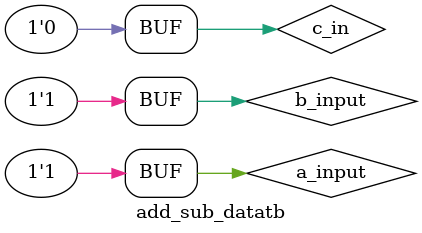
<source format=v>
module add_sub_datatb;
reg a_input,b_input,c_in;
wire sum,carry_out;
add_sub_data obj(.a_input(a_input),.b_input(b_input),.c_in(c_in),.sum(sum),.carry_out(carry_out));
 initial 
  begin
    a_input=1'b0;b_input=1'b0;c_in=1'b0;
    #10
	 a_input=1'b0;b_input=1'b0;c_in=1'b1;
	 #10
	 a_input=1'b0;b_input=1'b1;c_in=1'b0;
	 #10
	 a_input=1'b0;b_input=1'b1;c_in=1'b1;
	 #10
	 a_input=1'b1;b_input=1'b0;c_in=1'b0;
	 #10
	 a_input=1'b1;b_input=1'b1;c_in=1'b1;
	 #10
	 a_input=1'b1;b_input=1'b0;c_in=1'b1;
	 #10
	 a_input=1'b1;b_input=1'b1;c_in=1'b0;
  end
     
endmodule

</source>
